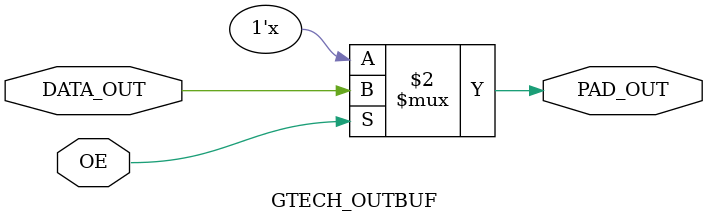
<source format=v>

`ifdef GTECH_default_delay
`else
`define GTECH_default_delay 1
`endif

`timescale 1 ns / 10 ps

module GTECH_OUTBUF(DATA_OUT,OE,PAD_OUT);
parameter integer delay = `GTECH_default_delay;
input	DATA_OUT,OE;
output	PAD_OUT;
assign	#(delay) PAD_OUT = OE? (DATA_OUT & 1'b1) : 1'bz;
endmodule

</source>
